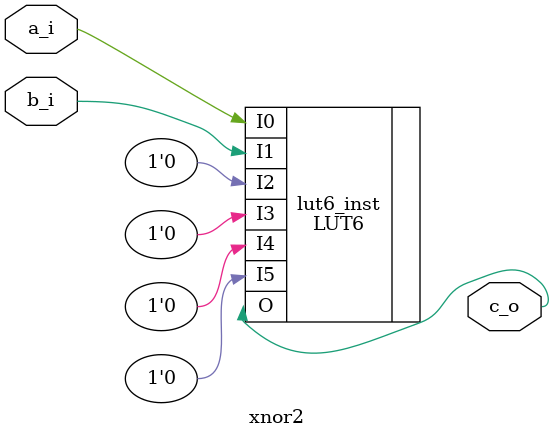
<source format=sv>
module xnor2
  (input [0:0] a_i
  ,input [0:0] b_i
  ,output [0:0] c_o);

  LUT6
   #(64'b1001)
  lut6_inst
   (.O(c_o)
   ,.I0(a_i)
   ,.I1(b_i)
   ,.I2(1'b0)
   ,.I3(1'b0)
   ,.I4(1'b0)
   ,.I5(1'b0)
   );

endmodule

</source>
